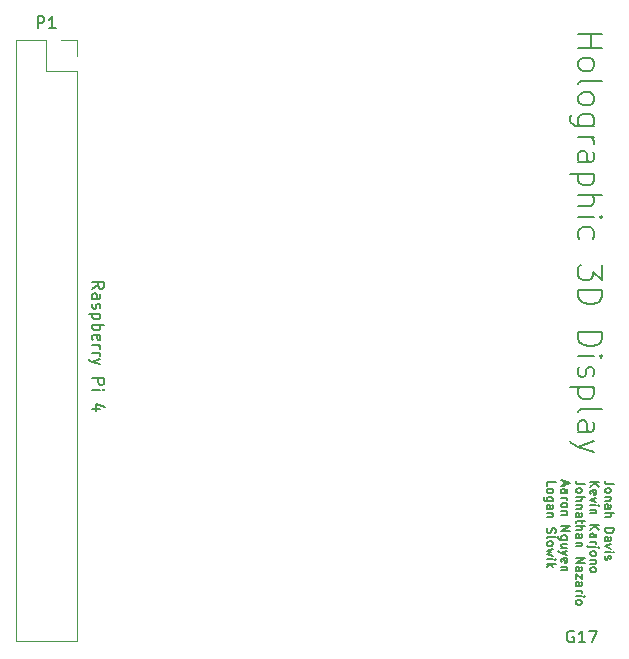
<source format=gto>
G04 #@! TF.GenerationSoftware,KiCad,Pcbnew,9.0.0*
G04 #@! TF.CreationDate,2025-05-05T16:58:24-05:00*
G04 #@! TF.ProjectId,active3-rpi-hub75-adapter,61637469-7665-4332-9d72-70692d687562,rev?*
G04 #@! TF.SameCoordinates,Original*
G04 #@! TF.FileFunction,Legend,Top*
G04 #@! TF.FilePolarity,Positive*
%FSLAX46Y46*%
G04 Gerber Fmt 4.6, Leading zero omitted, Abs format (unit mm)*
G04 Created by KiCad (PCBNEW 9.0.0) date 2025-05-05 16:58:24*
%MOMM*%
%LPD*%
G01*
G04 APERTURE LIST*
%ADD10C,0.127000*%
%ADD11C,0.150000*%
%ADD12C,0.203200*%
%ADD13C,0.120000*%
G04 APERTURE END LIST*
D10*
X176518966Y-102232694D02*
X175974680Y-102232694D01*
X175974680Y-102232694D02*
X175865823Y-102196409D01*
X175865823Y-102196409D02*
X175793252Y-102123837D01*
X175793252Y-102123837D02*
X175756966Y-102014980D01*
X175756966Y-102014980D02*
X175756966Y-101942409D01*
X175756966Y-102704408D02*
X175793252Y-102631837D01*
X175793252Y-102631837D02*
X175829537Y-102595551D01*
X175829537Y-102595551D02*
X175902109Y-102559265D01*
X175902109Y-102559265D02*
X176119823Y-102559265D01*
X176119823Y-102559265D02*
X176192394Y-102595551D01*
X176192394Y-102595551D02*
X176228680Y-102631837D01*
X176228680Y-102631837D02*
X176264966Y-102704408D01*
X176264966Y-102704408D02*
X176264966Y-102813265D01*
X176264966Y-102813265D02*
X176228680Y-102885837D01*
X176228680Y-102885837D02*
X176192394Y-102922123D01*
X176192394Y-102922123D02*
X176119823Y-102958408D01*
X176119823Y-102958408D02*
X175902109Y-102958408D01*
X175902109Y-102958408D02*
X175829537Y-102922123D01*
X175829537Y-102922123D02*
X175793252Y-102885837D01*
X175793252Y-102885837D02*
X175756966Y-102813265D01*
X175756966Y-102813265D02*
X175756966Y-102704408D01*
X176264966Y-103284980D02*
X175756966Y-103284980D01*
X176192394Y-103284980D02*
X176228680Y-103321266D01*
X176228680Y-103321266D02*
X176264966Y-103393837D01*
X176264966Y-103393837D02*
X176264966Y-103502694D01*
X176264966Y-103502694D02*
X176228680Y-103575266D01*
X176228680Y-103575266D02*
X176156109Y-103611552D01*
X176156109Y-103611552D02*
X175756966Y-103611552D01*
X175756966Y-104300981D02*
X176156109Y-104300981D01*
X176156109Y-104300981D02*
X176228680Y-104264695D01*
X176228680Y-104264695D02*
X176264966Y-104192123D01*
X176264966Y-104192123D02*
X176264966Y-104046981D01*
X176264966Y-104046981D02*
X176228680Y-103974409D01*
X175793252Y-104300981D02*
X175756966Y-104228409D01*
X175756966Y-104228409D02*
X175756966Y-104046981D01*
X175756966Y-104046981D02*
X175793252Y-103974409D01*
X175793252Y-103974409D02*
X175865823Y-103938123D01*
X175865823Y-103938123D02*
X175938394Y-103938123D01*
X175938394Y-103938123D02*
X176010966Y-103974409D01*
X176010966Y-103974409D02*
X176047252Y-104046981D01*
X176047252Y-104046981D02*
X176047252Y-104228409D01*
X176047252Y-104228409D02*
X176083537Y-104300981D01*
X175756966Y-104663838D02*
X176518966Y-104663838D01*
X175756966Y-104990410D02*
X176156109Y-104990410D01*
X176156109Y-104990410D02*
X176228680Y-104954124D01*
X176228680Y-104954124D02*
X176264966Y-104881552D01*
X176264966Y-104881552D02*
X176264966Y-104772695D01*
X176264966Y-104772695D02*
X176228680Y-104700124D01*
X176228680Y-104700124D02*
X176192394Y-104663838D01*
X175756966Y-105933838D02*
X176518966Y-105933838D01*
X176518966Y-105933838D02*
X176518966Y-106115267D01*
X176518966Y-106115267D02*
X176482680Y-106224124D01*
X176482680Y-106224124D02*
X176410109Y-106296695D01*
X176410109Y-106296695D02*
X176337537Y-106332981D01*
X176337537Y-106332981D02*
X176192394Y-106369267D01*
X176192394Y-106369267D02*
X176083537Y-106369267D01*
X176083537Y-106369267D02*
X175938394Y-106332981D01*
X175938394Y-106332981D02*
X175865823Y-106296695D01*
X175865823Y-106296695D02*
X175793252Y-106224124D01*
X175793252Y-106224124D02*
X175756966Y-106115267D01*
X175756966Y-106115267D02*
X175756966Y-105933838D01*
X175756966Y-107022410D02*
X176156109Y-107022410D01*
X176156109Y-107022410D02*
X176228680Y-106986124D01*
X176228680Y-106986124D02*
X176264966Y-106913552D01*
X176264966Y-106913552D02*
X176264966Y-106768410D01*
X176264966Y-106768410D02*
X176228680Y-106695838D01*
X175793252Y-107022410D02*
X175756966Y-106949838D01*
X175756966Y-106949838D02*
X175756966Y-106768410D01*
X175756966Y-106768410D02*
X175793252Y-106695838D01*
X175793252Y-106695838D02*
X175865823Y-106659552D01*
X175865823Y-106659552D02*
X175938394Y-106659552D01*
X175938394Y-106659552D02*
X176010966Y-106695838D01*
X176010966Y-106695838D02*
X176047252Y-106768410D01*
X176047252Y-106768410D02*
X176047252Y-106949838D01*
X176047252Y-106949838D02*
X176083537Y-107022410D01*
X176264966Y-107312696D02*
X175756966Y-107494124D01*
X175756966Y-107494124D02*
X176264966Y-107675553D01*
X175756966Y-107965838D02*
X176264966Y-107965838D01*
X176518966Y-107965838D02*
X176482680Y-107929552D01*
X176482680Y-107929552D02*
X176446394Y-107965838D01*
X176446394Y-107965838D02*
X176482680Y-108002124D01*
X176482680Y-108002124D02*
X176518966Y-107965838D01*
X176518966Y-107965838D02*
X176446394Y-107965838D01*
X175793252Y-108292409D02*
X175756966Y-108364981D01*
X175756966Y-108364981D02*
X175756966Y-108510124D01*
X175756966Y-108510124D02*
X175793252Y-108582695D01*
X175793252Y-108582695D02*
X175865823Y-108618981D01*
X175865823Y-108618981D02*
X175902109Y-108618981D01*
X175902109Y-108618981D02*
X175974680Y-108582695D01*
X175974680Y-108582695D02*
X176010966Y-108510124D01*
X176010966Y-108510124D02*
X176010966Y-108401267D01*
X176010966Y-108401267D02*
X176047252Y-108328695D01*
X176047252Y-108328695D02*
X176119823Y-108292409D01*
X176119823Y-108292409D02*
X176156109Y-108292409D01*
X176156109Y-108292409D02*
X176228680Y-108328695D01*
X176228680Y-108328695D02*
X176264966Y-108401267D01*
X176264966Y-108401267D02*
X176264966Y-108510124D01*
X176264966Y-108510124D02*
X176228680Y-108582695D01*
X174530189Y-102014980D02*
X175292189Y-102014980D01*
X174530189Y-102450409D02*
X174965617Y-102123837D01*
X175292189Y-102450409D02*
X174856760Y-102014980D01*
X174566475Y-103067266D02*
X174530189Y-102994694D01*
X174530189Y-102994694D02*
X174530189Y-102849552D01*
X174530189Y-102849552D02*
X174566475Y-102776980D01*
X174566475Y-102776980D02*
X174639046Y-102740694D01*
X174639046Y-102740694D02*
X174929332Y-102740694D01*
X174929332Y-102740694D02*
X175001903Y-102776980D01*
X175001903Y-102776980D02*
X175038189Y-102849552D01*
X175038189Y-102849552D02*
X175038189Y-102994694D01*
X175038189Y-102994694D02*
X175001903Y-103067266D01*
X175001903Y-103067266D02*
X174929332Y-103103552D01*
X174929332Y-103103552D02*
X174856760Y-103103552D01*
X174856760Y-103103552D02*
X174784189Y-102740694D01*
X175038189Y-103357552D02*
X174530189Y-103538980D01*
X174530189Y-103538980D02*
X175038189Y-103720409D01*
X174530189Y-104010694D02*
X175038189Y-104010694D01*
X175292189Y-104010694D02*
X175255903Y-103974408D01*
X175255903Y-103974408D02*
X175219617Y-104010694D01*
X175219617Y-104010694D02*
X175255903Y-104046980D01*
X175255903Y-104046980D02*
X175292189Y-104010694D01*
X175292189Y-104010694D02*
X175219617Y-104010694D01*
X175038189Y-104373551D02*
X174530189Y-104373551D01*
X174965617Y-104373551D02*
X175001903Y-104409837D01*
X175001903Y-104409837D02*
X175038189Y-104482408D01*
X175038189Y-104482408D02*
X175038189Y-104591265D01*
X175038189Y-104591265D02*
X175001903Y-104663837D01*
X175001903Y-104663837D02*
X174929332Y-104700123D01*
X174929332Y-104700123D02*
X174530189Y-104700123D01*
X174530189Y-105643551D02*
X175292189Y-105643551D01*
X174530189Y-106078980D02*
X174965617Y-105752408D01*
X175292189Y-106078980D02*
X174856760Y-105643551D01*
X174530189Y-106732123D02*
X174929332Y-106732123D01*
X174929332Y-106732123D02*
X175001903Y-106695837D01*
X175001903Y-106695837D02*
X175038189Y-106623265D01*
X175038189Y-106623265D02*
X175038189Y-106478123D01*
X175038189Y-106478123D02*
X175001903Y-106405551D01*
X174566475Y-106732123D02*
X174530189Y-106659551D01*
X174530189Y-106659551D02*
X174530189Y-106478123D01*
X174530189Y-106478123D02*
X174566475Y-106405551D01*
X174566475Y-106405551D02*
X174639046Y-106369265D01*
X174639046Y-106369265D02*
X174711617Y-106369265D01*
X174711617Y-106369265D02*
X174784189Y-106405551D01*
X174784189Y-106405551D02*
X174820475Y-106478123D01*
X174820475Y-106478123D02*
X174820475Y-106659551D01*
X174820475Y-106659551D02*
X174856760Y-106732123D01*
X174530189Y-107094980D02*
X175038189Y-107094980D01*
X174893046Y-107094980D02*
X174965617Y-107131266D01*
X174965617Y-107131266D02*
X175001903Y-107167552D01*
X175001903Y-107167552D02*
X175038189Y-107240123D01*
X175038189Y-107240123D02*
X175038189Y-107312694D01*
X175038189Y-107566694D02*
X174385046Y-107566694D01*
X174385046Y-107566694D02*
X174312475Y-107530408D01*
X174312475Y-107530408D02*
X174276189Y-107457837D01*
X174276189Y-107457837D02*
X174276189Y-107421551D01*
X175292189Y-107566694D02*
X175255903Y-107530408D01*
X175255903Y-107530408D02*
X175219617Y-107566694D01*
X175219617Y-107566694D02*
X175255903Y-107602980D01*
X175255903Y-107602980D02*
X175292189Y-107566694D01*
X175292189Y-107566694D02*
X175219617Y-107566694D01*
X174530189Y-108038408D02*
X174566475Y-107965837D01*
X174566475Y-107965837D02*
X174602760Y-107929551D01*
X174602760Y-107929551D02*
X174675332Y-107893265D01*
X174675332Y-107893265D02*
X174893046Y-107893265D01*
X174893046Y-107893265D02*
X174965617Y-107929551D01*
X174965617Y-107929551D02*
X175001903Y-107965837D01*
X175001903Y-107965837D02*
X175038189Y-108038408D01*
X175038189Y-108038408D02*
X175038189Y-108147265D01*
X175038189Y-108147265D02*
X175001903Y-108219837D01*
X175001903Y-108219837D02*
X174965617Y-108256123D01*
X174965617Y-108256123D02*
X174893046Y-108292408D01*
X174893046Y-108292408D02*
X174675332Y-108292408D01*
X174675332Y-108292408D02*
X174602760Y-108256123D01*
X174602760Y-108256123D02*
X174566475Y-108219837D01*
X174566475Y-108219837D02*
X174530189Y-108147265D01*
X174530189Y-108147265D02*
X174530189Y-108038408D01*
X175038189Y-108618980D02*
X174530189Y-108618980D01*
X174965617Y-108618980D02*
X175001903Y-108655266D01*
X175001903Y-108655266D02*
X175038189Y-108727837D01*
X175038189Y-108727837D02*
X175038189Y-108836694D01*
X175038189Y-108836694D02*
X175001903Y-108909266D01*
X175001903Y-108909266D02*
X174929332Y-108945552D01*
X174929332Y-108945552D02*
X174530189Y-108945552D01*
X174530189Y-109417266D02*
X174566475Y-109344695D01*
X174566475Y-109344695D02*
X174602760Y-109308409D01*
X174602760Y-109308409D02*
X174675332Y-109272123D01*
X174675332Y-109272123D02*
X174893046Y-109272123D01*
X174893046Y-109272123D02*
X174965617Y-109308409D01*
X174965617Y-109308409D02*
X175001903Y-109344695D01*
X175001903Y-109344695D02*
X175038189Y-109417266D01*
X175038189Y-109417266D02*
X175038189Y-109526123D01*
X175038189Y-109526123D02*
X175001903Y-109598695D01*
X175001903Y-109598695D02*
X174965617Y-109634981D01*
X174965617Y-109634981D02*
X174893046Y-109671266D01*
X174893046Y-109671266D02*
X174675332Y-109671266D01*
X174675332Y-109671266D02*
X174602760Y-109634981D01*
X174602760Y-109634981D02*
X174566475Y-109598695D01*
X174566475Y-109598695D02*
X174530189Y-109526123D01*
X174530189Y-109526123D02*
X174530189Y-109417266D01*
X174065412Y-102232694D02*
X173521126Y-102232694D01*
X173521126Y-102232694D02*
X173412269Y-102196409D01*
X173412269Y-102196409D02*
X173339698Y-102123837D01*
X173339698Y-102123837D02*
X173303412Y-102014980D01*
X173303412Y-102014980D02*
X173303412Y-101942409D01*
X173303412Y-102704408D02*
X173339698Y-102631837D01*
X173339698Y-102631837D02*
X173375983Y-102595551D01*
X173375983Y-102595551D02*
X173448555Y-102559265D01*
X173448555Y-102559265D02*
X173666269Y-102559265D01*
X173666269Y-102559265D02*
X173738840Y-102595551D01*
X173738840Y-102595551D02*
X173775126Y-102631837D01*
X173775126Y-102631837D02*
X173811412Y-102704408D01*
X173811412Y-102704408D02*
X173811412Y-102813265D01*
X173811412Y-102813265D02*
X173775126Y-102885837D01*
X173775126Y-102885837D02*
X173738840Y-102922123D01*
X173738840Y-102922123D02*
X173666269Y-102958408D01*
X173666269Y-102958408D02*
X173448555Y-102958408D01*
X173448555Y-102958408D02*
X173375983Y-102922123D01*
X173375983Y-102922123D02*
X173339698Y-102885837D01*
X173339698Y-102885837D02*
X173303412Y-102813265D01*
X173303412Y-102813265D02*
X173303412Y-102704408D01*
X173303412Y-103284980D02*
X174065412Y-103284980D01*
X173303412Y-103611552D02*
X173702555Y-103611552D01*
X173702555Y-103611552D02*
X173775126Y-103575266D01*
X173775126Y-103575266D02*
X173811412Y-103502694D01*
X173811412Y-103502694D02*
X173811412Y-103393837D01*
X173811412Y-103393837D02*
X173775126Y-103321266D01*
X173775126Y-103321266D02*
X173738840Y-103284980D01*
X173811412Y-103974409D02*
X173303412Y-103974409D01*
X173738840Y-103974409D02*
X173775126Y-104010695D01*
X173775126Y-104010695D02*
X173811412Y-104083266D01*
X173811412Y-104083266D02*
X173811412Y-104192123D01*
X173811412Y-104192123D02*
X173775126Y-104264695D01*
X173775126Y-104264695D02*
X173702555Y-104300981D01*
X173702555Y-104300981D02*
X173303412Y-104300981D01*
X173303412Y-104990410D02*
X173702555Y-104990410D01*
X173702555Y-104990410D02*
X173775126Y-104954124D01*
X173775126Y-104954124D02*
X173811412Y-104881552D01*
X173811412Y-104881552D02*
X173811412Y-104736410D01*
X173811412Y-104736410D02*
X173775126Y-104663838D01*
X173339698Y-104990410D02*
X173303412Y-104917838D01*
X173303412Y-104917838D02*
X173303412Y-104736410D01*
X173303412Y-104736410D02*
X173339698Y-104663838D01*
X173339698Y-104663838D02*
X173412269Y-104627552D01*
X173412269Y-104627552D02*
X173484840Y-104627552D01*
X173484840Y-104627552D02*
X173557412Y-104663838D01*
X173557412Y-104663838D02*
X173593698Y-104736410D01*
X173593698Y-104736410D02*
X173593698Y-104917838D01*
X173593698Y-104917838D02*
X173629983Y-104990410D01*
X173811412Y-105244410D02*
X173811412Y-105534696D01*
X174065412Y-105353267D02*
X173412269Y-105353267D01*
X173412269Y-105353267D02*
X173339698Y-105389553D01*
X173339698Y-105389553D02*
X173303412Y-105462124D01*
X173303412Y-105462124D02*
X173303412Y-105534696D01*
X173303412Y-105788696D02*
X174065412Y-105788696D01*
X173303412Y-106115268D02*
X173702555Y-106115268D01*
X173702555Y-106115268D02*
X173775126Y-106078982D01*
X173775126Y-106078982D02*
X173811412Y-106006410D01*
X173811412Y-106006410D02*
X173811412Y-105897553D01*
X173811412Y-105897553D02*
X173775126Y-105824982D01*
X173775126Y-105824982D02*
X173738840Y-105788696D01*
X173303412Y-106804697D02*
X173702555Y-106804697D01*
X173702555Y-106804697D02*
X173775126Y-106768411D01*
X173775126Y-106768411D02*
X173811412Y-106695839D01*
X173811412Y-106695839D02*
X173811412Y-106550697D01*
X173811412Y-106550697D02*
X173775126Y-106478125D01*
X173339698Y-106804697D02*
X173303412Y-106732125D01*
X173303412Y-106732125D02*
X173303412Y-106550697D01*
X173303412Y-106550697D02*
X173339698Y-106478125D01*
X173339698Y-106478125D02*
X173412269Y-106441839D01*
X173412269Y-106441839D02*
X173484840Y-106441839D01*
X173484840Y-106441839D02*
X173557412Y-106478125D01*
X173557412Y-106478125D02*
X173593698Y-106550697D01*
X173593698Y-106550697D02*
X173593698Y-106732125D01*
X173593698Y-106732125D02*
X173629983Y-106804697D01*
X173811412Y-107167554D02*
X173303412Y-107167554D01*
X173738840Y-107167554D02*
X173775126Y-107203840D01*
X173775126Y-107203840D02*
X173811412Y-107276411D01*
X173811412Y-107276411D02*
X173811412Y-107385268D01*
X173811412Y-107385268D02*
X173775126Y-107457840D01*
X173775126Y-107457840D02*
X173702555Y-107494126D01*
X173702555Y-107494126D02*
X173303412Y-107494126D01*
X173303412Y-108437554D02*
X174065412Y-108437554D01*
X174065412Y-108437554D02*
X173303412Y-108872983D01*
X173303412Y-108872983D02*
X174065412Y-108872983D01*
X173303412Y-109562412D02*
X173702555Y-109562412D01*
X173702555Y-109562412D02*
X173775126Y-109526126D01*
X173775126Y-109526126D02*
X173811412Y-109453554D01*
X173811412Y-109453554D02*
X173811412Y-109308412D01*
X173811412Y-109308412D02*
X173775126Y-109235840D01*
X173339698Y-109562412D02*
X173303412Y-109489840D01*
X173303412Y-109489840D02*
X173303412Y-109308412D01*
X173303412Y-109308412D02*
X173339698Y-109235840D01*
X173339698Y-109235840D02*
X173412269Y-109199554D01*
X173412269Y-109199554D02*
X173484840Y-109199554D01*
X173484840Y-109199554D02*
X173557412Y-109235840D01*
X173557412Y-109235840D02*
X173593698Y-109308412D01*
X173593698Y-109308412D02*
X173593698Y-109489840D01*
X173593698Y-109489840D02*
X173629983Y-109562412D01*
X173811412Y-109852698D02*
X173811412Y-110251841D01*
X173811412Y-110251841D02*
X173303412Y-109852698D01*
X173303412Y-109852698D02*
X173303412Y-110251841D01*
X173303412Y-110868698D02*
X173702555Y-110868698D01*
X173702555Y-110868698D02*
X173775126Y-110832412D01*
X173775126Y-110832412D02*
X173811412Y-110759840D01*
X173811412Y-110759840D02*
X173811412Y-110614698D01*
X173811412Y-110614698D02*
X173775126Y-110542126D01*
X173339698Y-110868698D02*
X173303412Y-110796126D01*
X173303412Y-110796126D02*
X173303412Y-110614698D01*
X173303412Y-110614698D02*
X173339698Y-110542126D01*
X173339698Y-110542126D02*
X173412269Y-110505840D01*
X173412269Y-110505840D02*
X173484840Y-110505840D01*
X173484840Y-110505840D02*
X173557412Y-110542126D01*
X173557412Y-110542126D02*
X173593698Y-110614698D01*
X173593698Y-110614698D02*
X173593698Y-110796126D01*
X173593698Y-110796126D02*
X173629983Y-110868698D01*
X173303412Y-111231555D02*
X173811412Y-111231555D01*
X173666269Y-111231555D02*
X173738840Y-111267841D01*
X173738840Y-111267841D02*
X173775126Y-111304127D01*
X173775126Y-111304127D02*
X173811412Y-111376698D01*
X173811412Y-111376698D02*
X173811412Y-111449269D01*
X173303412Y-111703269D02*
X173811412Y-111703269D01*
X174065412Y-111703269D02*
X174029126Y-111666983D01*
X174029126Y-111666983D02*
X173992840Y-111703269D01*
X173992840Y-111703269D02*
X174029126Y-111739555D01*
X174029126Y-111739555D02*
X174065412Y-111703269D01*
X174065412Y-111703269D02*
X173992840Y-111703269D01*
X173303412Y-112174983D02*
X173339698Y-112102412D01*
X173339698Y-112102412D02*
X173375983Y-112066126D01*
X173375983Y-112066126D02*
X173448555Y-112029840D01*
X173448555Y-112029840D02*
X173666269Y-112029840D01*
X173666269Y-112029840D02*
X173738840Y-112066126D01*
X173738840Y-112066126D02*
X173775126Y-112102412D01*
X173775126Y-112102412D02*
X173811412Y-112174983D01*
X173811412Y-112174983D02*
X173811412Y-112283840D01*
X173811412Y-112283840D02*
X173775126Y-112356412D01*
X173775126Y-112356412D02*
X173738840Y-112392698D01*
X173738840Y-112392698D02*
X173666269Y-112428983D01*
X173666269Y-112428983D02*
X173448555Y-112428983D01*
X173448555Y-112428983D02*
X173375983Y-112392698D01*
X173375983Y-112392698D02*
X173339698Y-112356412D01*
X173339698Y-112356412D02*
X173303412Y-112283840D01*
X173303412Y-112283840D02*
X173303412Y-112174983D01*
X172294349Y-101978694D02*
X172294349Y-102341552D01*
X172076635Y-101906123D02*
X172838635Y-102160123D01*
X172838635Y-102160123D02*
X172076635Y-102414123D01*
X172076635Y-102994695D02*
X172475778Y-102994695D01*
X172475778Y-102994695D02*
X172548349Y-102958409D01*
X172548349Y-102958409D02*
X172584635Y-102885837D01*
X172584635Y-102885837D02*
X172584635Y-102740695D01*
X172584635Y-102740695D02*
X172548349Y-102668123D01*
X172112921Y-102994695D02*
X172076635Y-102922123D01*
X172076635Y-102922123D02*
X172076635Y-102740695D01*
X172076635Y-102740695D02*
X172112921Y-102668123D01*
X172112921Y-102668123D02*
X172185492Y-102631837D01*
X172185492Y-102631837D02*
X172258063Y-102631837D01*
X172258063Y-102631837D02*
X172330635Y-102668123D01*
X172330635Y-102668123D02*
X172366921Y-102740695D01*
X172366921Y-102740695D02*
X172366921Y-102922123D01*
X172366921Y-102922123D02*
X172403206Y-102994695D01*
X172076635Y-103357552D02*
X172584635Y-103357552D01*
X172439492Y-103357552D02*
X172512063Y-103393838D01*
X172512063Y-103393838D02*
X172548349Y-103430124D01*
X172548349Y-103430124D02*
X172584635Y-103502695D01*
X172584635Y-103502695D02*
X172584635Y-103575266D01*
X172076635Y-103938123D02*
X172112921Y-103865552D01*
X172112921Y-103865552D02*
X172149206Y-103829266D01*
X172149206Y-103829266D02*
X172221778Y-103792980D01*
X172221778Y-103792980D02*
X172439492Y-103792980D01*
X172439492Y-103792980D02*
X172512063Y-103829266D01*
X172512063Y-103829266D02*
X172548349Y-103865552D01*
X172548349Y-103865552D02*
X172584635Y-103938123D01*
X172584635Y-103938123D02*
X172584635Y-104046980D01*
X172584635Y-104046980D02*
X172548349Y-104119552D01*
X172548349Y-104119552D02*
X172512063Y-104155838D01*
X172512063Y-104155838D02*
X172439492Y-104192123D01*
X172439492Y-104192123D02*
X172221778Y-104192123D01*
X172221778Y-104192123D02*
X172149206Y-104155838D01*
X172149206Y-104155838D02*
X172112921Y-104119552D01*
X172112921Y-104119552D02*
X172076635Y-104046980D01*
X172076635Y-104046980D02*
X172076635Y-103938123D01*
X172584635Y-104518695D02*
X172076635Y-104518695D01*
X172512063Y-104518695D02*
X172548349Y-104554981D01*
X172548349Y-104554981D02*
X172584635Y-104627552D01*
X172584635Y-104627552D02*
X172584635Y-104736409D01*
X172584635Y-104736409D02*
X172548349Y-104808981D01*
X172548349Y-104808981D02*
X172475778Y-104845267D01*
X172475778Y-104845267D02*
X172076635Y-104845267D01*
X172076635Y-105788695D02*
X172838635Y-105788695D01*
X172838635Y-105788695D02*
X172076635Y-106224124D01*
X172076635Y-106224124D02*
X172838635Y-106224124D01*
X172584635Y-106913553D02*
X171967778Y-106913553D01*
X171967778Y-106913553D02*
X171895206Y-106877267D01*
X171895206Y-106877267D02*
X171858921Y-106840981D01*
X171858921Y-106840981D02*
X171822635Y-106768410D01*
X171822635Y-106768410D02*
X171822635Y-106659553D01*
X171822635Y-106659553D02*
X171858921Y-106586981D01*
X172112921Y-106913553D02*
X172076635Y-106840981D01*
X172076635Y-106840981D02*
X172076635Y-106695838D01*
X172076635Y-106695838D02*
X172112921Y-106623267D01*
X172112921Y-106623267D02*
X172149206Y-106586981D01*
X172149206Y-106586981D02*
X172221778Y-106550695D01*
X172221778Y-106550695D02*
X172439492Y-106550695D01*
X172439492Y-106550695D02*
X172512063Y-106586981D01*
X172512063Y-106586981D02*
X172548349Y-106623267D01*
X172548349Y-106623267D02*
X172584635Y-106695838D01*
X172584635Y-106695838D02*
X172584635Y-106840981D01*
X172584635Y-106840981D02*
X172548349Y-106913553D01*
X172584635Y-107602982D02*
X172076635Y-107602982D01*
X172584635Y-107276410D02*
X172185492Y-107276410D01*
X172185492Y-107276410D02*
X172112921Y-107312696D01*
X172112921Y-107312696D02*
X172076635Y-107385267D01*
X172076635Y-107385267D02*
X172076635Y-107494124D01*
X172076635Y-107494124D02*
X172112921Y-107566696D01*
X172112921Y-107566696D02*
X172149206Y-107602982D01*
X172584635Y-107893268D02*
X172076635Y-108074696D01*
X172584635Y-108256125D02*
X172076635Y-108074696D01*
X172076635Y-108074696D02*
X171895206Y-108002125D01*
X171895206Y-108002125D02*
X171858921Y-107965839D01*
X171858921Y-107965839D02*
X171822635Y-107893268D01*
X172112921Y-108836696D02*
X172076635Y-108764124D01*
X172076635Y-108764124D02*
X172076635Y-108618982D01*
X172076635Y-108618982D02*
X172112921Y-108546410D01*
X172112921Y-108546410D02*
X172185492Y-108510124D01*
X172185492Y-108510124D02*
X172475778Y-108510124D01*
X172475778Y-108510124D02*
X172548349Y-108546410D01*
X172548349Y-108546410D02*
X172584635Y-108618982D01*
X172584635Y-108618982D02*
X172584635Y-108764124D01*
X172584635Y-108764124D02*
X172548349Y-108836696D01*
X172548349Y-108836696D02*
X172475778Y-108872982D01*
X172475778Y-108872982D02*
X172403206Y-108872982D01*
X172403206Y-108872982D02*
X172330635Y-108510124D01*
X172584635Y-109199553D02*
X172076635Y-109199553D01*
X172512063Y-109199553D02*
X172548349Y-109235839D01*
X172548349Y-109235839D02*
X172584635Y-109308410D01*
X172584635Y-109308410D02*
X172584635Y-109417267D01*
X172584635Y-109417267D02*
X172548349Y-109489839D01*
X172548349Y-109489839D02*
X172475778Y-109526125D01*
X172475778Y-109526125D02*
X172076635Y-109526125D01*
X170849858Y-102377837D02*
X170849858Y-102014980D01*
X170849858Y-102014980D02*
X171611858Y-102014980D01*
X170849858Y-102740694D02*
X170886144Y-102668123D01*
X170886144Y-102668123D02*
X170922429Y-102631837D01*
X170922429Y-102631837D02*
X170995001Y-102595551D01*
X170995001Y-102595551D02*
X171212715Y-102595551D01*
X171212715Y-102595551D02*
X171285286Y-102631837D01*
X171285286Y-102631837D02*
X171321572Y-102668123D01*
X171321572Y-102668123D02*
X171357858Y-102740694D01*
X171357858Y-102740694D02*
X171357858Y-102849551D01*
X171357858Y-102849551D02*
X171321572Y-102922123D01*
X171321572Y-102922123D02*
X171285286Y-102958409D01*
X171285286Y-102958409D02*
X171212715Y-102994694D01*
X171212715Y-102994694D02*
X170995001Y-102994694D01*
X170995001Y-102994694D02*
X170922429Y-102958409D01*
X170922429Y-102958409D02*
X170886144Y-102922123D01*
X170886144Y-102922123D02*
X170849858Y-102849551D01*
X170849858Y-102849551D02*
X170849858Y-102740694D01*
X171357858Y-103647838D02*
X170741001Y-103647838D01*
X170741001Y-103647838D02*
X170668429Y-103611552D01*
X170668429Y-103611552D02*
X170632144Y-103575266D01*
X170632144Y-103575266D02*
X170595858Y-103502695D01*
X170595858Y-103502695D02*
X170595858Y-103393838D01*
X170595858Y-103393838D02*
X170632144Y-103321266D01*
X170886144Y-103647838D02*
X170849858Y-103575266D01*
X170849858Y-103575266D02*
X170849858Y-103430123D01*
X170849858Y-103430123D02*
X170886144Y-103357552D01*
X170886144Y-103357552D02*
X170922429Y-103321266D01*
X170922429Y-103321266D02*
X170995001Y-103284980D01*
X170995001Y-103284980D02*
X171212715Y-103284980D01*
X171212715Y-103284980D02*
X171285286Y-103321266D01*
X171285286Y-103321266D02*
X171321572Y-103357552D01*
X171321572Y-103357552D02*
X171357858Y-103430123D01*
X171357858Y-103430123D02*
X171357858Y-103575266D01*
X171357858Y-103575266D02*
X171321572Y-103647838D01*
X170849858Y-104337267D02*
X171249001Y-104337267D01*
X171249001Y-104337267D02*
X171321572Y-104300981D01*
X171321572Y-104300981D02*
X171357858Y-104228409D01*
X171357858Y-104228409D02*
X171357858Y-104083267D01*
X171357858Y-104083267D02*
X171321572Y-104010695D01*
X170886144Y-104337267D02*
X170849858Y-104264695D01*
X170849858Y-104264695D02*
X170849858Y-104083267D01*
X170849858Y-104083267D02*
X170886144Y-104010695D01*
X170886144Y-104010695D02*
X170958715Y-103974409D01*
X170958715Y-103974409D02*
X171031286Y-103974409D01*
X171031286Y-103974409D02*
X171103858Y-104010695D01*
X171103858Y-104010695D02*
X171140144Y-104083267D01*
X171140144Y-104083267D02*
X171140144Y-104264695D01*
X171140144Y-104264695D02*
X171176429Y-104337267D01*
X171357858Y-104700124D02*
X170849858Y-104700124D01*
X171285286Y-104700124D02*
X171321572Y-104736410D01*
X171321572Y-104736410D02*
X171357858Y-104808981D01*
X171357858Y-104808981D02*
X171357858Y-104917838D01*
X171357858Y-104917838D02*
X171321572Y-104990410D01*
X171321572Y-104990410D02*
X171249001Y-105026696D01*
X171249001Y-105026696D02*
X170849858Y-105026696D01*
X170886144Y-105933838D02*
X170849858Y-106042696D01*
X170849858Y-106042696D02*
X170849858Y-106224124D01*
X170849858Y-106224124D02*
X170886144Y-106296696D01*
X170886144Y-106296696D02*
X170922429Y-106332981D01*
X170922429Y-106332981D02*
X170995001Y-106369267D01*
X170995001Y-106369267D02*
X171067572Y-106369267D01*
X171067572Y-106369267D02*
X171140144Y-106332981D01*
X171140144Y-106332981D02*
X171176429Y-106296696D01*
X171176429Y-106296696D02*
X171212715Y-106224124D01*
X171212715Y-106224124D02*
X171249001Y-106078981D01*
X171249001Y-106078981D02*
X171285286Y-106006410D01*
X171285286Y-106006410D02*
X171321572Y-105970124D01*
X171321572Y-105970124D02*
X171394144Y-105933838D01*
X171394144Y-105933838D02*
X171466715Y-105933838D01*
X171466715Y-105933838D02*
X171539286Y-105970124D01*
X171539286Y-105970124D02*
X171575572Y-106006410D01*
X171575572Y-106006410D02*
X171611858Y-106078981D01*
X171611858Y-106078981D02*
X171611858Y-106260410D01*
X171611858Y-106260410D02*
X171575572Y-106369267D01*
X170849858Y-106804695D02*
X170886144Y-106732124D01*
X170886144Y-106732124D02*
X170958715Y-106695838D01*
X170958715Y-106695838D02*
X171611858Y-106695838D01*
X170849858Y-107203838D02*
X170886144Y-107131267D01*
X170886144Y-107131267D02*
X170922429Y-107094981D01*
X170922429Y-107094981D02*
X170995001Y-107058695D01*
X170995001Y-107058695D02*
X171212715Y-107058695D01*
X171212715Y-107058695D02*
X171285286Y-107094981D01*
X171285286Y-107094981D02*
X171321572Y-107131267D01*
X171321572Y-107131267D02*
X171357858Y-107203838D01*
X171357858Y-107203838D02*
X171357858Y-107312695D01*
X171357858Y-107312695D02*
X171321572Y-107385267D01*
X171321572Y-107385267D02*
X171285286Y-107421553D01*
X171285286Y-107421553D02*
X171212715Y-107457838D01*
X171212715Y-107457838D02*
X170995001Y-107457838D01*
X170995001Y-107457838D02*
X170922429Y-107421553D01*
X170922429Y-107421553D02*
X170886144Y-107385267D01*
X170886144Y-107385267D02*
X170849858Y-107312695D01*
X170849858Y-107312695D02*
X170849858Y-107203838D01*
X171357858Y-107711839D02*
X170849858Y-107856982D01*
X170849858Y-107856982D02*
X171212715Y-108002124D01*
X171212715Y-108002124D02*
X170849858Y-108147267D01*
X170849858Y-108147267D02*
X171357858Y-108292410D01*
X170849858Y-108582696D02*
X171357858Y-108582696D01*
X171611858Y-108582696D02*
X171575572Y-108546410D01*
X171575572Y-108546410D02*
X171539286Y-108582696D01*
X171539286Y-108582696D02*
X171575572Y-108618982D01*
X171575572Y-108618982D02*
X171611858Y-108582696D01*
X171611858Y-108582696D02*
X171539286Y-108582696D01*
X170849858Y-108945553D02*
X171611858Y-108945553D01*
X171140144Y-109018125D02*
X170849858Y-109235839D01*
X171357858Y-109235839D02*
X171067572Y-108945553D01*
D11*
X132380180Y-85658207D02*
X132856371Y-85324874D01*
X132380180Y-85086779D02*
X133380180Y-85086779D01*
X133380180Y-85086779D02*
X133380180Y-85467731D01*
X133380180Y-85467731D02*
X133332561Y-85562969D01*
X133332561Y-85562969D02*
X133284942Y-85610588D01*
X133284942Y-85610588D02*
X133189704Y-85658207D01*
X133189704Y-85658207D02*
X133046847Y-85658207D01*
X133046847Y-85658207D02*
X132951609Y-85610588D01*
X132951609Y-85610588D02*
X132903990Y-85562969D01*
X132903990Y-85562969D02*
X132856371Y-85467731D01*
X132856371Y-85467731D02*
X132856371Y-85086779D01*
X132380180Y-86515350D02*
X132903990Y-86515350D01*
X132903990Y-86515350D02*
X132999228Y-86467731D01*
X132999228Y-86467731D02*
X133046847Y-86372493D01*
X133046847Y-86372493D02*
X133046847Y-86182017D01*
X133046847Y-86182017D02*
X132999228Y-86086779D01*
X132427800Y-86515350D02*
X132380180Y-86420112D01*
X132380180Y-86420112D02*
X132380180Y-86182017D01*
X132380180Y-86182017D02*
X132427800Y-86086779D01*
X132427800Y-86086779D02*
X132523038Y-86039160D01*
X132523038Y-86039160D02*
X132618276Y-86039160D01*
X132618276Y-86039160D02*
X132713514Y-86086779D01*
X132713514Y-86086779D02*
X132761133Y-86182017D01*
X132761133Y-86182017D02*
X132761133Y-86420112D01*
X132761133Y-86420112D02*
X132808752Y-86515350D01*
X132427800Y-86943922D02*
X132380180Y-87039160D01*
X132380180Y-87039160D02*
X132380180Y-87229636D01*
X132380180Y-87229636D02*
X132427800Y-87324874D01*
X132427800Y-87324874D02*
X132523038Y-87372493D01*
X132523038Y-87372493D02*
X132570657Y-87372493D01*
X132570657Y-87372493D02*
X132665895Y-87324874D01*
X132665895Y-87324874D02*
X132713514Y-87229636D01*
X132713514Y-87229636D02*
X132713514Y-87086779D01*
X132713514Y-87086779D02*
X132761133Y-86991541D01*
X132761133Y-86991541D02*
X132856371Y-86943922D01*
X132856371Y-86943922D02*
X132903990Y-86943922D01*
X132903990Y-86943922D02*
X132999228Y-86991541D01*
X132999228Y-86991541D02*
X133046847Y-87086779D01*
X133046847Y-87086779D02*
X133046847Y-87229636D01*
X133046847Y-87229636D02*
X132999228Y-87324874D01*
X133046847Y-87801065D02*
X132046847Y-87801065D01*
X132999228Y-87801065D02*
X133046847Y-87896303D01*
X133046847Y-87896303D02*
X133046847Y-88086779D01*
X133046847Y-88086779D02*
X132999228Y-88182017D01*
X132999228Y-88182017D02*
X132951609Y-88229636D01*
X132951609Y-88229636D02*
X132856371Y-88277255D01*
X132856371Y-88277255D02*
X132570657Y-88277255D01*
X132570657Y-88277255D02*
X132475419Y-88229636D01*
X132475419Y-88229636D02*
X132427800Y-88182017D01*
X132427800Y-88182017D02*
X132380180Y-88086779D01*
X132380180Y-88086779D02*
X132380180Y-87896303D01*
X132380180Y-87896303D02*
X132427800Y-87801065D01*
X132380180Y-88705827D02*
X133380180Y-88705827D01*
X132999228Y-88705827D02*
X133046847Y-88801065D01*
X133046847Y-88801065D02*
X133046847Y-88991541D01*
X133046847Y-88991541D02*
X132999228Y-89086779D01*
X132999228Y-89086779D02*
X132951609Y-89134398D01*
X132951609Y-89134398D02*
X132856371Y-89182017D01*
X132856371Y-89182017D02*
X132570657Y-89182017D01*
X132570657Y-89182017D02*
X132475419Y-89134398D01*
X132475419Y-89134398D02*
X132427800Y-89086779D01*
X132427800Y-89086779D02*
X132380180Y-88991541D01*
X132380180Y-88991541D02*
X132380180Y-88801065D01*
X132380180Y-88801065D02*
X132427800Y-88705827D01*
X132427800Y-89991541D02*
X132380180Y-89896303D01*
X132380180Y-89896303D02*
X132380180Y-89705827D01*
X132380180Y-89705827D02*
X132427800Y-89610589D01*
X132427800Y-89610589D02*
X132523038Y-89562970D01*
X132523038Y-89562970D02*
X132903990Y-89562970D01*
X132903990Y-89562970D02*
X132999228Y-89610589D01*
X132999228Y-89610589D02*
X133046847Y-89705827D01*
X133046847Y-89705827D02*
X133046847Y-89896303D01*
X133046847Y-89896303D02*
X132999228Y-89991541D01*
X132999228Y-89991541D02*
X132903990Y-90039160D01*
X132903990Y-90039160D02*
X132808752Y-90039160D01*
X132808752Y-90039160D02*
X132713514Y-89562970D01*
X132380180Y-90467732D02*
X133046847Y-90467732D01*
X132856371Y-90467732D02*
X132951609Y-90515351D01*
X132951609Y-90515351D02*
X132999228Y-90562970D01*
X132999228Y-90562970D02*
X133046847Y-90658208D01*
X133046847Y-90658208D02*
X133046847Y-90753446D01*
X132380180Y-91086780D02*
X133046847Y-91086780D01*
X132856371Y-91086780D02*
X132951609Y-91134399D01*
X132951609Y-91134399D02*
X132999228Y-91182018D01*
X132999228Y-91182018D02*
X133046847Y-91277256D01*
X133046847Y-91277256D02*
X133046847Y-91372494D01*
X133046847Y-91610590D02*
X132380180Y-91848685D01*
X133046847Y-92086780D02*
X132380180Y-91848685D01*
X132380180Y-91848685D02*
X132142085Y-91753447D01*
X132142085Y-91753447D02*
X132094466Y-91705828D01*
X132094466Y-91705828D02*
X132046847Y-91610590D01*
X132380180Y-93229638D02*
X133380180Y-93229638D01*
X133380180Y-93229638D02*
X133380180Y-93610590D01*
X133380180Y-93610590D02*
X133332561Y-93705828D01*
X133332561Y-93705828D02*
X133284942Y-93753447D01*
X133284942Y-93753447D02*
X133189704Y-93801066D01*
X133189704Y-93801066D02*
X133046847Y-93801066D01*
X133046847Y-93801066D02*
X132951609Y-93753447D01*
X132951609Y-93753447D02*
X132903990Y-93705828D01*
X132903990Y-93705828D02*
X132856371Y-93610590D01*
X132856371Y-93610590D02*
X132856371Y-93229638D01*
X132380180Y-94229638D02*
X133046847Y-94229638D01*
X133380180Y-94229638D02*
X133332561Y-94182019D01*
X133332561Y-94182019D02*
X133284942Y-94229638D01*
X133284942Y-94229638D02*
X133332561Y-94277257D01*
X133332561Y-94277257D02*
X133380180Y-94229638D01*
X133380180Y-94229638D02*
X133284942Y-94229638D01*
X133046847Y-95896304D02*
X132380180Y-95896304D01*
X133427800Y-95658209D02*
X132713514Y-95420114D01*
X132713514Y-95420114D02*
X132713514Y-96039161D01*
X173110588Y-114667438D02*
X173015350Y-114619819D01*
X173015350Y-114619819D02*
X172872493Y-114619819D01*
X172872493Y-114619819D02*
X172729636Y-114667438D01*
X172729636Y-114667438D02*
X172634398Y-114762676D01*
X172634398Y-114762676D02*
X172586779Y-114857914D01*
X172586779Y-114857914D02*
X172539160Y-115048390D01*
X172539160Y-115048390D02*
X172539160Y-115191247D01*
X172539160Y-115191247D02*
X172586779Y-115381723D01*
X172586779Y-115381723D02*
X172634398Y-115476961D01*
X172634398Y-115476961D02*
X172729636Y-115572200D01*
X172729636Y-115572200D02*
X172872493Y-115619819D01*
X172872493Y-115619819D02*
X172967731Y-115619819D01*
X172967731Y-115619819D02*
X173110588Y-115572200D01*
X173110588Y-115572200D02*
X173158207Y-115524580D01*
X173158207Y-115524580D02*
X173158207Y-115191247D01*
X173158207Y-115191247D02*
X172967731Y-115191247D01*
X174110588Y-115619819D02*
X173539160Y-115619819D01*
X173824874Y-115619819D02*
X173824874Y-114619819D01*
X173824874Y-114619819D02*
X173729636Y-114762676D01*
X173729636Y-114762676D02*
X173634398Y-114857914D01*
X173634398Y-114857914D02*
X173539160Y-114905533D01*
X174443922Y-114619819D02*
X175110588Y-114619819D01*
X175110588Y-114619819D02*
X174682017Y-115619819D01*
D12*
X173509245Y-64117493D02*
X175541245Y-64117493D01*
X174573626Y-64117493D02*
X174573626Y-65278636D01*
X173509245Y-65278636D02*
X175541245Y-65278636D01*
X173509245Y-66536541D02*
X173606007Y-66343017D01*
X173606007Y-66343017D02*
X173702768Y-66246255D01*
X173702768Y-66246255D02*
X173896292Y-66149493D01*
X173896292Y-66149493D02*
X174476864Y-66149493D01*
X174476864Y-66149493D02*
X174670387Y-66246255D01*
X174670387Y-66246255D02*
X174767149Y-66343017D01*
X174767149Y-66343017D02*
X174863911Y-66536541D01*
X174863911Y-66536541D02*
X174863911Y-66826826D01*
X174863911Y-66826826D02*
X174767149Y-67020350D01*
X174767149Y-67020350D02*
X174670387Y-67117112D01*
X174670387Y-67117112D02*
X174476864Y-67213874D01*
X174476864Y-67213874D02*
X173896292Y-67213874D01*
X173896292Y-67213874D02*
X173702768Y-67117112D01*
X173702768Y-67117112D02*
X173606007Y-67020350D01*
X173606007Y-67020350D02*
X173509245Y-66826826D01*
X173509245Y-66826826D02*
X173509245Y-66536541D01*
X173509245Y-68375017D02*
X173606007Y-68181493D01*
X173606007Y-68181493D02*
X173799530Y-68084731D01*
X173799530Y-68084731D02*
X175541245Y-68084731D01*
X173509245Y-69439398D02*
X173606007Y-69245874D01*
X173606007Y-69245874D02*
X173702768Y-69149112D01*
X173702768Y-69149112D02*
X173896292Y-69052350D01*
X173896292Y-69052350D02*
X174476864Y-69052350D01*
X174476864Y-69052350D02*
X174670387Y-69149112D01*
X174670387Y-69149112D02*
X174767149Y-69245874D01*
X174767149Y-69245874D02*
X174863911Y-69439398D01*
X174863911Y-69439398D02*
X174863911Y-69729683D01*
X174863911Y-69729683D02*
X174767149Y-69923207D01*
X174767149Y-69923207D02*
X174670387Y-70019969D01*
X174670387Y-70019969D02*
X174476864Y-70116731D01*
X174476864Y-70116731D02*
X173896292Y-70116731D01*
X173896292Y-70116731D02*
X173702768Y-70019969D01*
X173702768Y-70019969D02*
X173606007Y-69923207D01*
X173606007Y-69923207D02*
X173509245Y-69729683D01*
X173509245Y-69729683D02*
X173509245Y-69439398D01*
X174863911Y-71858445D02*
X173218959Y-71858445D01*
X173218959Y-71858445D02*
X173025435Y-71761683D01*
X173025435Y-71761683D02*
X172928673Y-71664921D01*
X172928673Y-71664921D02*
X172831911Y-71471398D01*
X172831911Y-71471398D02*
X172831911Y-71181112D01*
X172831911Y-71181112D02*
X172928673Y-70987588D01*
X173606007Y-71858445D02*
X173509245Y-71664921D01*
X173509245Y-71664921D02*
X173509245Y-71277874D01*
X173509245Y-71277874D02*
X173606007Y-71084350D01*
X173606007Y-71084350D02*
X173702768Y-70987588D01*
X173702768Y-70987588D02*
X173896292Y-70890826D01*
X173896292Y-70890826D02*
X174476864Y-70890826D01*
X174476864Y-70890826D02*
X174670387Y-70987588D01*
X174670387Y-70987588D02*
X174767149Y-71084350D01*
X174767149Y-71084350D02*
X174863911Y-71277874D01*
X174863911Y-71277874D02*
X174863911Y-71664921D01*
X174863911Y-71664921D02*
X174767149Y-71858445D01*
X173509245Y-72826064D02*
X174863911Y-72826064D01*
X174476864Y-72826064D02*
X174670387Y-72922826D01*
X174670387Y-72922826D02*
X174767149Y-73019588D01*
X174767149Y-73019588D02*
X174863911Y-73213112D01*
X174863911Y-73213112D02*
X174863911Y-73406635D01*
X173509245Y-74954826D02*
X174573626Y-74954826D01*
X174573626Y-74954826D02*
X174767149Y-74858064D01*
X174767149Y-74858064D02*
X174863911Y-74664540D01*
X174863911Y-74664540D02*
X174863911Y-74277493D01*
X174863911Y-74277493D02*
X174767149Y-74083969D01*
X173606007Y-74954826D02*
X173509245Y-74761302D01*
X173509245Y-74761302D02*
X173509245Y-74277493D01*
X173509245Y-74277493D02*
X173606007Y-74083969D01*
X173606007Y-74083969D02*
X173799530Y-73987207D01*
X173799530Y-73987207D02*
X173993054Y-73987207D01*
X173993054Y-73987207D02*
X174186578Y-74083969D01*
X174186578Y-74083969D02*
X174283340Y-74277493D01*
X174283340Y-74277493D02*
X174283340Y-74761302D01*
X174283340Y-74761302D02*
X174380102Y-74954826D01*
X174863911Y-75922445D02*
X172831911Y-75922445D01*
X174767149Y-75922445D02*
X174863911Y-76115969D01*
X174863911Y-76115969D02*
X174863911Y-76503016D01*
X174863911Y-76503016D02*
X174767149Y-76696540D01*
X174767149Y-76696540D02*
X174670387Y-76793302D01*
X174670387Y-76793302D02*
X174476864Y-76890064D01*
X174476864Y-76890064D02*
X173896292Y-76890064D01*
X173896292Y-76890064D02*
X173702768Y-76793302D01*
X173702768Y-76793302D02*
X173606007Y-76696540D01*
X173606007Y-76696540D02*
X173509245Y-76503016D01*
X173509245Y-76503016D02*
X173509245Y-76115969D01*
X173509245Y-76115969D02*
X173606007Y-75922445D01*
X173509245Y-77760921D02*
X175541245Y-77760921D01*
X173509245Y-78631778D02*
X174573626Y-78631778D01*
X174573626Y-78631778D02*
X174767149Y-78535016D01*
X174767149Y-78535016D02*
X174863911Y-78341492D01*
X174863911Y-78341492D02*
X174863911Y-78051207D01*
X174863911Y-78051207D02*
X174767149Y-77857683D01*
X174767149Y-77857683D02*
X174670387Y-77760921D01*
X173509245Y-79599397D02*
X174863911Y-79599397D01*
X175541245Y-79599397D02*
X175444483Y-79502635D01*
X175444483Y-79502635D02*
X175347721Y-79599397D01*
X175347721Y-79599397D02*
X175444483Y-79696159D01*
X175444483Y-79696159D02*
X175541245Y-79599397D01*
X175541245Y-79599397D02*
X175347721Y-79599397D01*
X173606007Y-81437873D02*
X173509245Y-81244349D01*
X173509245Y-81244349D02*
X173509245Y-80857302D01*
X173509245Y-80857302D02*
X173606007Y-80663778D01*
X173606007Y-80663778D02*
X173702768Y-80567016D01*
X173702768Y-80567016D02*
X173896292Y-80470254D01*
X173896292Y-80470254D02*
X174476864Y-80470254D01*
X174476864Y-80470254D02*
X174670387Y-80567016D01*
X174670387Y-80567016D02*
X174767149Y-80663778D01*
X174767149Y-80663778D02*
X174863911Y-80857302D01*
X174863911Y-80857302D02*
X174863911Y-81244349D01*
X174863911Y-81244349D02*
X174767149Y-81437873D01*
X175541245Y-83663396D02*
X175541245Y-84921301D01*
X175541245Y-84921301D02*
X174767149Y-84243968D01*
X174767149Y-84243968D02*
X174767149Y-84534253D01*
X174767149Y-84534253D02*
X174670387Y-84727777D01*
X174670387Y-84727777D02*
X174573626Y-84824539D01*
X174573626Y-84824539D02*
X174380102Y-84921301D01*
X174380102Y-84921301D02*
X173896292Y-84921301D01*
X173896292Y-84921301D02*
X173702768Y-84824539D01*
X173702768Y-84824539D02*
X173606007Y-84727777D01*
X173606007Y-84727777D02*
X173509245Y-84534253D01*
X173509245Y-84534253D02*
X173509245Y-83953682D01*
X173509245Y-83953682D02*
X173606007Y-83760158D01*
X173606007Y-83760158D02*
X173702768Y-83663396D01*
X173509245Y-85792158D02*
X175541245Y-85792158D01*
X175541245Y-85792158D02*
X175541245Y-86275968D01*
X175541245Y-86275968D02*
X175444483Y-86566253D01*
X175444483Y-86566253D02*
X175250959Y-86759777D01*
X175250959Y-86759777D02*
X175057435Y-86856539D01*
X175057435Y-86856539D02*
X174670387Y-86953301D01*
X174670387Y-86953301D02*
X174380102Y-86953301D01*
X174380102Y-86953301D02*
X173993054Y-86856539D01*
X173993054Y-86856539D02*
X173799530Y-86759777D01*
X173799530Y-86759777D02*
X173606007Y-86566253D01*
X173606007Y-86566253D02*
X173509245Y-86275968D01*
X173509245Y-86275968D02*
X173509245Y-85792158D01*
X173509245Y-89372348D02*
X175541245Y-89372348D01*
X175541245Y-89372348D02*
X175541245Y-89856158D01*
X175541245Y-89856158D02*
X175444483Y-90146443D01*
X175444483Y-90146443D02*
X175250959Y-90339967D01*
X175250959Y-90339967D02*
X175057435Y-90436729D01*
X175057435Y-90436729D02*
X174670387Y-90533491D01*
X174670387Y-90533491D02*
X174380102Y-90533491D01*
X174380102Y-90533491D02*
X173993054Y-90436729D01*
X173993054Y-90436729D02*
X173799530Y-90339967D01*
X173799530Y-90339967D02*
X173606007Y-90146443D01*
X173606007Y-90146443D02*
X173509245Y-89856158D01*
X173509245Y-89856158D02*
X173509245Y-89372348D01*
X173509245Y-91404348D02*
X174863911Y-91404348D01*
X175541245Y-91404348D02*
X175444483Y-91307586D01*
X175444483Y-91307586D02*
X175347721Y-91404348D01*
X175347721Y-91404348D02*
X175444483Y-91501110D01*
X175444483Y-91501110D02*
X175541245Y-91404348D01*
X175541245Y-91404348D02*
X175347721Y-91404348D01*
X173606007Y-92275205D02*
X173509245Y-92468729D01*
X173509245Y-92468729D02*
X173509245Y-92855777D01*
X173509245Y-92855777D02*
X173606007Y-93049300D01*
X173606007Y-93049300D02*
X173799530Y-93146062D01*
X173799530Y-93146062D02*
X173896292Y-93146062D01*
X173896292Y-93146062D02*
X174089816Y-93049300D01*
X174089816Y-93049300D02*
X174186578Y-92855777D01*
X174186578Y-92855777D02*
X174186578Y-92565491D01*
X174186578Y-92565491D02*
X174283340Y-92371967D01*
X174283340Y-92371967D02*
X174476864Y-92275205D01*
X174476864Y-92275205D02*
X174573626Y-92275205D01*
X174573626Y-92275205D02*
X174767149Y-92371967D01*
X174767149Y-92371967D02*
X174863911Y-92565491D01*
X174863911Y-92565491D02*
X174863911Y-92855777D01*
X174863911Y-92855777D02*
X174767149Y-93049300D01*
X174863911Y-94016919D02*
X172831911Y-94016919D01*
X174767149Y-94016919D02*
X174863911Y-94210443D01*
X174863911Y-94210443D02*
X174863911Y-94597490D01*
X174863911Y-94597490D02*
X174767149Y-94791014D01*
X174767149Y-94791014D02*
X174670387Y-94887776D01*
X174670387Y-94887776D02*
X174476864Y-94984538D01*
X174476864Y-94984538D02*
X173896292Y-94984538D01*
X173896292Y-94984538D02*
X173702768Y-94887776D01*
X173702768Y-94887776D02*
X173606007Y-94791014D01*
X173606007Y-94791014D02*
X173509245Y-94597490D01*
X173509245Y-94597490D02*
X173509245Y-94210443D01*
X173509245Y-94210443D02*
X173606007Y-94016919D01*
X173509245Y-96145681D02*
X173606007Y-95952157D01*
X173606007Y-95952157D02*
X173799530Y-95855395D01*
X173799530Y-95855395D02*
X175541245Y-95855395D01*
X173509245Y-97790633D02*
X174573626Y-97790633D01*
X174573626Y-97790633D02*
X174767149Y-97693871D01*
X174767149Y-97693871D02*
X174863911Y-97500347D01*
X174863911Y-97500347D02*
X174863911Y-97113300D01*
X174863911Y-97113300D02*
X174767149Y-96919776D01*
X173606007Y-97790633D02*
X173509245Y-97597109D01*
X173509245Y-97597109D02*
X173509245Y-97113300D01*
X173509245Y-97113300D02*
X173606007Y-96919776D01*
X173606007Y-96919776D02*
X173799530Y-96823014D01*
X173799530Y-96823014D02*
X173993054Y-96823014D01*
X173993054Y-96823014D02*
X174186578Y-96919776D01*
X174186578Y-96919776D02*
X174283340Y-97113300D01*
X174283340Y-97113300D02*
X174283340Y-97597109D01*
X174283340Y-97597109D02*
X174380102Y-97790633D01*
X174863911Y-98564728D02*
X173509245Y-99048538D01*
X174863911Y-99532347D02*
X173509245Y-99048538D01*
X173509245Y-99048538D02*
X173025435Y-98855014D01*
X173025435Y-98855014D02*
X172928673Y-98758252D01*
X172928673Y-98758252D02*
X172831911Y-98564728D01*
D11*
X127741905Y-63614819D02*
X127741905Y-62614819D01*
X127741905Y-62614819D02*
X128122857Y-62614819D01*
X128122857Y-62614819D02*
X128218095Y-62662438D01*
X128218095Y-62662438D02*
X128265714Y-62710057D01*
X128265714Y-62710057D02*
X128313333Y-62805295D01*
X128313333Y-62805295D02*
X128313333Y-62948152D01*
X128313333Y-62948152D02*
X128265714Y-63043390D01*
X128265714Y-63043390D02*
X128218095Y-63091009D01*
X128218095Y-63091009D02*
X128122857Y-63138628D01*
X128122857Y-63138628D02*
X127741905Y-63138628D01*
X129265714Y-63614819D02*
X128694286Y-63614819D01*
X128980000Y-63614819D02*
X128980000Y-62614819D01*
X128980000Y-62614819D02*
X128884762Y-62757676D01*
X128884762Y-62757676D02*
X128789524Y-62852914D01*
X128789524Y-62852914D02*
X128694286Y-62900533D01*
D13*
X125880000Y-64600000D02*
X125880000Y-115520000D01*
X125880000Y-64600000D02*
X128480000Y-64600000D01*
X125880000Y-115520000D02*
X131080000Y-115520000D01*
X128480000Y-64600000D02*
X128480000Y-67200000D01*
X128480000Y-67200000D02*
X131080000Y-67200000D01*
X129750000Y-64600000D02*
X131080000Y-64600000D01*
X131080000Y-64600000D02*
X131080000Y-65930000D01*
X131080000Y-67200000D02*
X131080000Y-115520000D01*
M02*

</source>
